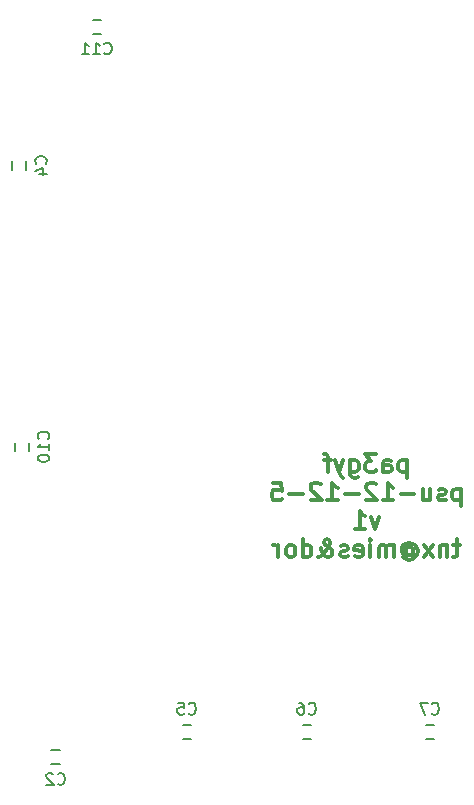
<source format=gbr>
G04 #@! TF.FileFunction,Legend,Bot*
%FSLAX46Y46*%
G04 Gerber Fmt 4.6, Leading zero omitted, Abs format (unit mm)*
G04 Created by KiCad (PCBNEW (after 2015-mar-04 BZR unknown)-product) date Sat 22 Oct 2016 07:01:29 PM CEST*
%MOMM*%
G01*
G04 APERTURE LIST*
%ADD10C,0.100000*%
%ADD11C,0.300000*%
%ADD12C,0.150000*%
G04 APERTURE END LIST*
D10*
D11*
X50382857Y-51958571D02*
X50382857Y-53458571D01*
X50382857Y-52030000D02*
X50240000Y-51958571D01*
X49954286Y-51958571D01*
X49811429Y-52030000D01*
X49740000Y-52101429D01*
X49668571Y-52244286D01*
X49668571Y-52672857D01*
X49740000Y-52815714D01*
X49811429Y-52887143D01*
X49954286Y-52958571D01*
X50240000Y-52958571D01*
X50382857Y-52887143D01*
X48382857Y-52958571D02*
X48382857Y-52172857D01*
X48454286Y-52030000D01*
X48597143Y-51958571D01*
X48882857Y-51958571D01*
X49025714Y-52030000D01*
X48382857Y-52887143D02*
X48525714Y-52958571D01*
X48882857Y-52958571D01*
X49025714Y-52887143D01*
X49097143Y-52744286D01*
X49097143Y-52601429D01*
X49025714Y-52458571D01*
X48882857Y-52387143D01*
X48525714Y-52387143D01*
X48382857Y-52315714D01*
X47811428Y-51458571D02*
X46882857Y-51458571D01*
X47382857Y-52030000D01*
X47168571Y-52030000D01*
X47025714Y-52101429D01*
X46954285Y-52172857D01*
X46882857Y-52315714D01*
X46882857Y-52672857D01*
X46954285Y-52815714D01*
X47025714Y-52887143D01*
X47168571Y-52958571D01*
X47597143Y-52958571D01*
X47740000Y-52887143D01*
X47811428Y-52815714D01*
X45597143Y-51958571D02*
X45597143Y-53172857D01*
X45668572Y-53315714D01*
X45740000Y-53387143D01*
X45882857Y-53458571D01*
X46097143Y-53458571D01*
X46240000Y-53387143D01*
X45597143Y-52887143D02*
X45740000Y-52958571D01*
X46025714Y-52958571D01*
X46168572Y-52887143D01*
X46240000Y-52815714D01*
X46311429Y-52672857D01*
X46311429Y-52244286D01*
X46240000Y-52101429D01*
X46168572Y-52030000D01*
X46025714Y-51958571D01*
X45740000Y-51958571D01*
X45597143Y-52030000D01*
X45025714Y-51958571D02*
X44668571Y-52958571D01*
X44311429Y-51958571D02*
X44668571Y-52958571D01*
X44811429Y-53315714D01*
X44882857Y-53387143D01*
X45025714Y-53458571D01*
X43954286Y-51958571D02*
X43382857Y-51958571D01*
X43740000Y-52958571D02*
X43740000Y-51672857D01*
X43668572Y-51530000D01*
X43525714Y-51458571D01*
X43382857Y-51458571D01*
X54954285Y-54358571D02*
X54954285Y-55858571D01*
X54954285Y-54430000D02*
X54811428Y-54358571D01*
X54525714Y-54358571D01*
X54382857Y-54430000D01*
X54311428Y-54501429D01*
X54239999Y-54644286D01*
X54239999Y-55072857D01*
X54311428Y-55215714D01*
X54382857Y-55287143D01*
X54525714Y-55358571D01*
X54811428Y-55358571D01*
X54954285Y-55287143D01*
X53668571Y-55287143D02*
X53525714Y-55358571D01*
X53239999Y-55358571D01*
X53097142Y-55287143D01*
X53025714Y-55144286D01*
X53025714Y-55072857D01*
X53097142Y-54930000D01*
X53239999Y-54858571D01*
X53454285Y-54858571D01*
X53597142Y-54787143D01*
X53668571Y-54644286D01*
X53668571Y-54572857D01*
X53597142Y-54430000D01*
X53454285Y-54358571D01*
X53239999Y-54358571D01*
X53097142Y-54430000D01*
X51739999Y-54358571D02*
X51739999Y-55358571D01*
X52382856Y-54358571D02*
X52382856Y-55144286D01*
X52311428Y-55287143D01*
X52168570Y-55358571D01*
X51954285Y-55358571D01*
X51811428Y-55287143D01*
X51739999Y-55215714D01*
X51025713Y-54787143D02*
X49882856Y-54787143D01*
X48382856Y-55358571D02*
X49239999Y-55358571D01*
X48811427Y-55358571D02*
X48811427Y-53858571D01*
X48954284Y-54072857D01*
X49097142Y-54215714D01*
X49239999Y-54287143D01*
X47811428Y-54001429D02*
X47739999Y-53930000D01*
X47597142Y-53858571D01*
X47239999Y-53858571D01*
X47097142Y-53930000D01*
X47025713Y-54001429D01*
X46954285Y-54144286D01*
X46954285Y-54287143D01*
X47025713Y-54501429D01*
X47882856Y-55358571D01*
X46954285Y-55358571D01*
X46311428Y-54787143D02*
X45168571Y-54787143D01*
X43668571Y-55358571D02*
X44525714Y-55358571D01*
X44097142Y-55358571D02*
X44097142Y-53858571D01*
X44239999Y-54072857D01*
X44382857Y-54215714D01*
X44525714Y-54287143D01*
X43097143Y-54001429D02*
X43025714Y-53930000D01*
X42882857Y-53858571D01*
X42525714Y-53858571D01*
X42382857Y-53930000D01*
X42311428Y-54001429D01*
X42240000Y-54144286D01*
X42240000Y-54287143D01*
X42311428Y-54501429D01*
X43168571Y-55358571D01*
X42240000Y-55358571D01*
X41597143Y-54787143D02*
X40454286Y-54787143D01*
X39025714Y-53858571D02*
X39740000Y-53858571D01*
X39811429Y-54572857D01*
X39740000Y-54501429D01*
X39597143Y-54430000D01*
X39240000Y-54430000D01*
X39097143Y-54501429D01*
X39025714Y-54572857D01*
X38954286Y-54715714D01*
X38954286Y-55072857D01*
X39025714Y-55215714D01*
X39097143Y-55287143D01*
X39240000Y-55358571D01*
X39597143Y-55358571D01*
X39740000Y-55287143D01*
X39811429Y-55215714D01*
X48061428Y-56758571D02*
X47704285Y-57758571D01*
X47347143Y-56758571D01*
X45990000Y-57758571D02*
X46847143Y-57758571D01*
X46418571Y-57758571D02*
X46418571Y-56258571D01*
X46561428Y-56472857D01*
X46704286Y-56615714D01*
X46847143Y-56687143D01*
X54882857Y-59158571D02*
X54311428Y-59158571D01*
X54668571Y-58658571D02*
X54668571Y-59944286D01*
X54597143Y-60087143D01*
X54454285Y-60158571D01*
X54311428Y-60158571D01*
X53811428Y-59158571D02*
X53811428Y-60158571D01*
X53811428Y-59301429D02*
X53740000Y-59230000D01*
X53597142Y-59158571D01*
X53382857Y-59158571D01*
X53240000Y-59230000D01*
X53168571Y-59372857D01*
X53168571Y-60158571D01*
X52597142Y-60158571D02*
X51811428Y-59158571D01*
X52597142Y-59158571D02*
X51811428Y-60158571D01*
X50311428Y-59444286D02*
X50382856Y-59372857D01*
X50525713Y-59301429D01*
X50668571Y-59301429D01*
X50811428Y-59372857D01*
X50882856Y-59444286D01*
X50954285Y-59587143D01*
X50954285Y-59730000D01*
X50882856Y-59872857D01*
X50811428Y-59944286D01*
X50668571Y-60015714D01*
X50525713Y-60015714D01*
X50382856Y-59944286D01*
X50311428Y-59872857D01*
X50311428Y-59301429D02*
X50311428Y-59872857D01*
X50239999Y-59944286D01*
X50168571Y-59944286D01*
X50025713Y-59872857D01*
X49954285Y-59730000D01*
X49954285Y-59372857D01*
X50097142Y-59158571D01*
X50311428Y-59015714D01*
X50597142Y-58944286D01*
X50882856Y-59015714D01*
X51097142Y-59158571D01*
X51239999Y-59372857D01*
X51311428Y-59658571D01*
X51239999Y-59944286D01*
X51097142Y-60158571D01*
X50882856Y-60301429D01*
X50597142Y-60372857D01*
X50311428Y-60301429D01*
X50097142Y-60158571D01*
X49311428Y-60158571D02*
X49311428Y-59158571D01*
X49311428Y-59301429D02*
X49240000Y-59230000D01*
X49097142Y-59158571D01*
X48882857Y-59158571D01*
X48740000Y-59230000D01*
X48668571Y-59372857D01*
X48668571Y-60158571D01*
X48668571Y-59372857D02*
X48597142Y-59230000D01*
X48454285Y-59158571D01*
X48240000Y-59158571D01*
X48097142Y-59230000D01*
X48025714Y-59372857D01*
X48025714Y-60158571D01*
X47311428Y-60158571D02*
X47311428Y-59158571D01*
X47311428Y-58658571D02*
X47382857Y-58730000D01*
X47311428Y-58801429D01*
X47240000Y-58730000D01*
X47311428Y-58658571D01*
X47311428Y-58801429D01*
X46025714Y-60087143D02*
X46168571Y-60158571D01*
X46454285Y-60158571D01*
X46597142Y-60087143D01*
X46668571Y-59944286D01*
X46668571Y-59372857D01*
X46597142Y-59230000D01*
X46454285Y-59158571D01*
X46168571Y-59158571D01*
X46025714Y-59230000D01*
X45954285Y-59372857D01*
X45954285Y-59515714D01*
X46668571Y-59658571D01*
X45382857Y-60087143D02*
X45240000Y-60158571D01*
X44954285Y-60158571D01*
X44811428Y-60087143D01*
X44740000Y-59944286D01*
X44740000Y-59872857D01*
X44811428Y-59730000D01*
X44954285Y-59658571D01*
X45168571Y-59658571D01*
X45311428Y-59587143D01*
X45382857Y-59444286D01*
X45382857Y-59372857D01*
X45311428Y-59230000D01*
X45168571Y-59158571D01*
X44954285Y-59158571D01*
X44811428Y-59230000D01*
X42882856Y-60158571D02*
X42954285Y-60158571D01*
X43097142Y-60087143D01*
X43311428Y-59872857D01*
X43668571Y-59444286D01*
X43811428Y-59230000D01*
X43882856Y-59015714D01*
X43882856Y-58872857D01*
X43811428Y-58730000D01*
X43668571Y-58658571D01*
X43597142Y-58658571D01*
X43454285Y-58730000D01*
X43382856Y-58872857D01*
X43382856Y-58944286D01*
X43454285Y-59087143D01*
X43525714Y-59158571D01*
X43954285Y-59444286D01*
X44025714Y-59515714D01*
X44097142Y-59658571D01*
X44097142Y-59872857D01*
X44025714Y-60015714D01*
X43954285Y-60087143D01*
X43811428Y-60158571D01*
X43597142Y-60158571D01*
X43454285Y-60087143D01*
X43382856Y-60015714D01*
X43168571Y-59730000D01*
X43097142Y-59515714D01*
X43097142Y-59372857D01*
X41597142Y-60158571D02*
X41597142Y-58658571D01*
X41597142Y-60087143D02*
X41739999Y-60158571D01*
X42025713Y-60158571D01*
X42168571Y-60087143D01*
X42239999Y-60015714D01*
X42311428Y-59872857D01*
X42311428Y-59444286D01*
X42239999Y-59301429D01*
X42168571Y-59230000D01*
X42025713Y-59158571D01*
X41739999Y-59158571D01*
X41597142Y-59230000D01*
X40668570Y-60158571D02*
X40811428Y-60087143D01*
X40882856Y-60015714D01*
X40954285Y-59872857D01*
X40954285Y-59444286D01*
X40882856Y-59301429D01*
X40811428Y-59230000D01*
X40668570Y-59158571D01*
X40454285Y-59158571D01*
X40311428Y-59230000D01*
X40239999Y-59301429D01*
X40168570Y-59444286D01*
X40168570Y-59872857D01*
X40239999Y-60015714D01*
X40311428Y-60087143D01*
X40454285Y-60158571D01*
X40668570Y-60158571D01*
X39525713Y-60158571D02*
X39525713Y-59158571D01*
X39525713Y-59444286D02*
X39454285Y-59301429D01*
X39382856Y-59230000D01*
X39239999Y-59158571D01*
X39097142Y-59158571D01*
D12*
X20300200Y-77689000D02*
X21000200Y-77689000D01*
X21000200Y-76489000D02*
X20300200Y-76489000D01*
X18176800Y-27350200D02*
X18176800Y-26650200D01*
X16976800Y-26650200D02*
X16976800Y-27350200D01*
X32100000Y-74330000D02*
X31400000Y-74330000D01*
X31400000Y-75530000D02*
X32100000Y-75530000D01*
X42260000Y-74330000D02*
X41560000Y-74330000D01*
X41560000Y-75530000D02*
X42260000Y-75530000D01*
X52674000Y-74330000D02*
X51974000Y-74330000D01*
X51974000Y-75530000D02*
X52674000Y-75530000D01*
X18380000Y-51150000D02*
X18380000Y-50450000D01*
X17180000Y-50450000D02*
X17180000Y-51150000D01*
X23780000Y-15840000D02*
X24480000Y-15840000D01*
X24480000Y-14640000D02*
X23780000Y-14640000D01*
X20816866Y-79346143D02*
X20864485Y-79393762D01*
X21007342Y-79441381D01*
X21102580Y-79441381D01*
X21245438Y-79393762D01*
X21340676Y-79298524D01*
X21388295Y-79203286D01*
X21435914Y-79012810D01*
X21435914Y-78869952D01*
X21388295Y-78679476D01*
X21340676Y-78584238D01*
X21245438Y-78489000D01*
X21102580Y-78441381D01*
X21007342Y-78441381D01*
X20864485Y-78489000D01*
X20816866Y-78536619D01*
X20435914Y-78536619D02*
X20388295Y-78489000D01*
X20293057Y-78441381D01*
X20054961Y-78441381D01*
X19959723Y-78489000D01*
X19912104Y-78536619D01*
X19864485Y-78631857D01*
X19864485Y-78727095D01*
X19912104Y-78869952D01*
X20483533Y-79441381D01*
X19864485Y-79441381D01*
X19833943Y-26833534D02*
X19881562Y-26785915D01*
X19929181Y-26643058D01*
X19929181Y-26547820D01*
X19881562Y-26404962D01*
X19786324Y-26309724D01*
X19691086Y-26262105D01*
X19500610Y-26214486D01*
X19357752Y-26214486D01*
X19167276Y-26262105D01*
X19072038Y-26309724D01*
X18976800Y-26404962D01*
X18929181Y-26547820D01*
X18929181Y-26643058D01*
X18976800Y-26785915D01*
X19024419Y-26833534D01*
X19262514Y-27690677D02*
X19929181Y-27690677D01*
X18881562Y-27452581D02*
X19595848Y-27214486D01*
X19595848Y-27833534D01*
X31916666Y-73387143D02*
X31964285Y-73434762D01*
X32107142Y-73482381D01*
X32202380Y-73482381D01*
X32345238Y-73434762D01*
X32440476Y-73339524D01*
X32488095Y-73244286D01*
X32535714Y-73053810D01*
X32535714Y-72910952D01*
X32488095Y-72720476D01*
X32440476Y-72625238D01*
X32345238Y-72530000D01*
X32202380Y-72482381D01*
X32107142Y-72482381D01*
X31964285Y-72530000D01*
X31916666Y-72577619D01*
X31011904Y-72482381D02*
X31488095Y-72482381D01*
X31535714Y-72958571D01*
X31488095Y-72910952D01*
X31392857Y-72863333D01*
X31154761Y-72863333D01*
X31059523Y-72910952D01*
X31011904Y-72958571D01*
X30964285Y-73053810D01*
X30964285Y-73291905D01*
X31011904Y-73387143D01*
X31059523Y-73434762D01*
X31154761Y-73482381D01*
X31392857Y-73482381D01*
X31488095Y-73434762D01*
X31535714Y-73387143D01*
X42076666Y-73387143D02*
X42124285Y-73434762D01*
X42267142Y-73482381D01*
X42362380Y-73482381D01*
X42505238Y-73434762D01*
X42600476Y-73339524D01*
X42648095Y-73244286D01*
X42695714Y-73053810D01*
X42695714Y-72910952D01*
X42648095Y-72720476D01*
X42600476Y-72625238D01*
X42505238Y-72530000D01*
X42362380Y-72482381D01*
X42267142Y-72482381D01*
X42124285Y-72530000D01*
X42076666Y-72577619D01*
X41219523Y-72482381D02*
X41410000Y-72482381D01*
X41505238Y-72530000D01*
X41552857Y-72577619D01*
X41648095Y-72720476D01*
X41695714Y-72910952D01*
X41695714Y-73291905D01*
X41648095Y-73387143D01*
X41600476Y-73434762D01*
X41505238Y-73482381D01*
X41314761Y-73482381D01*
X41219523Y-73434762D01*
X41171904Y-73387143D01*
X41124285Y-73291905D01*
X41124285Y-73053810D01*
X41171904Y-72958571D01*
X41219523Y-72910952D01*
X41314761Y-72863333D01*
X41505238Y-72863333D01*
X41600476Y-72910952D01*
X41648095Y-72958571D01*
X41695714Y-73053810D01*
X52490666Y-73387143D02*
X52538285Y-73434762D01*
X52681142Y-73482381D01*
X52776380Y-73482381D01*
X52919238Y-73434762D01*
X53014476Y-73339524D01*
X53062095Y-73244286D01*
X53109714Y-73053810D01*
X53109714Y-72910952D01*
X53062095Y-72720476D01*
X53014476Y-72625238D01*
X52919238Y-72530000D01*
X52776380Y-72482381D01*
X52681142Y-72482381D01*
X52538285Y-72530000D01*
X52490666Y-72577619D01*
X52157333Y-72482381D02*
X51490666Y-72482381D01*
X51919238Y-73482381D01*
X20037143Y-50157143D02*
X20084762Y-50109524D01*
X20132381Y-49966667D01*
X20132381Y-49871429D01*
X20084762Y-49728571D01*
X19989524Y-49633333D01*
X19894286Y-49585714D01*
X19703810Y-49538095D01*
X19560952Y-49538095D01*
X19370476Y-49585714D01*
X19275238Y-49633333D01*
X19180000Y-49728571D01*
X19132381Y-49871429D01*
X19132381Y-49966667D01*
X19180000Y-50109524D01*
X19227619Y-50157143D01*
X20132381Y-51109524D02*
X20132381Y-50538095D01*
X20132381Y-50823809D02*
X19132381Y-50823809D01*
X19275238Y-50728571D01*
X19370476Y-50633333D01*
X19418095Y-50538095D01*
X19132381Y-51728571D02*
X19132381Y-51823810D01*
X19180000Y-51919048D01*
X19227619Y-51966667D01*
X19322857Y-52014286D01*
X19513333Y-52061905D01*
X19751429Y-52061905D01*
X19941905Y-52014286D01*
X20037143Y-51966667D01*
X20084762Y-51919048D01*
X20132381Y-51823810D01*
X20132381Y-51728571D01*
X20084762Y-51633333D01*
X20037143Y-51585714D01*
X19941905Y-51538095D01*
X19751429Y-51490476D01*
X19513333Y-51490476D01*
X19322857Y-51538095D01*
X19227619Y-51585714D01*
X19180000Y-51633333D01*
X19132381Y-51728571D01*
X24772857Y-17497143D02*
X24820476Y-17544762D01*
X24963333Y-17592381D01*
X25058571Y-17592381D01*
X25201429Y-17544762D01*
X25296667Y-17449524D01*
X25344286Y-17354286D01*
X25391905Y-17163810D01*
X25391905Y-17020952D01*
X25344286Y-16830476D01*
X25296667Y-16735238D01*
X25201429Y-16640000D01*
X25058571Y-16592381D01*
X24963333Y-16592381D01*
X24820476Y-16640000D01*
X24772857Y-16687619D01*
X23820476Y-17592381D02*
X24391905Y-17592381D01*
X24106191Y-17592381D02*
X24106191Y-16592381D01*
X24201429Y-16735238D01*
X24296667Y-16830476D01*
X24391905Y-16878095D01*
X22868095Y-17592381D02*
X23439524Y-17592381D01*
X23153810Y-17592381D02*
X23153810Y-16592381D01*
X23249048Y-16735238D01*
X23344286Y-16830476D01*
X23439524Y-16878095D01*
M02*

</source>
